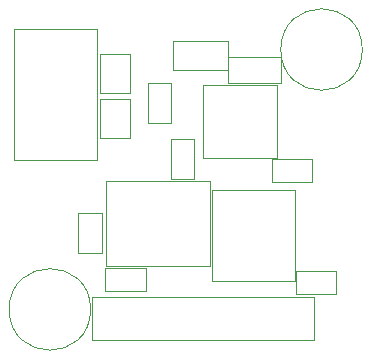
<source format=gbr>
%TF.GenerationSoftware,KiCad,Pcbnew,8.0.4*%
%TF.CreationDate,2024-10-25T14:16:06-05:00*%
%TF.ProjectId,weather-station-rtd,77656174-6865-4722-9d73-746174696f6e,rev?*%
%TF.SameCoordinates,Original*%
%TF.FileFunction,Other,User*%
%FSLAX46Y46*%
G04 Gerber Fmt 4.6, Leading zero omitted, Abs format (unit mm)*
G04 Created by KiCad (PCBNEW 8.0.4) date 2024-10-25 14:16:06*
%MOMM*%
%LPD*%
G01*
G04 APERTURE LIST*
%ADD10C,0.050000*%
G04 APERTURE END LIST*
D10*
%TO.C,R1*%
X165120200Y-90883800D02*
X169550200Y-90883800D01*
X165120200Y-93113800D02*
X165120200Y-90883800D01*
X165120200Y-93113800D02*
X169550200Y-93113800D01*
X169550200Y-93113800D02*
X169550200Y-90883800D01*
%TO.C,JP3*%
X160450000Y-89500000D02*
X160450000Y-92000000D01*
X160450000Y-89500000D02*
X165050000Y-89500000D01*
X165050000Y-92000000D02*
X160450000Y-92000000D01*
X165050000Y-92000000D02*
X165050000Y-89500000D01*
%TO.C,C4*%
X170800000Y-109020000D02*
X174200000Y-109020000D01*
X170800000Y-110980000D02*
X170800000Y-109020000D01*
X174200000Y-109020000D02*
X174200000Y-110980000D01*
X174200000Y-110980000D02*
X170800000Y-110980000D01*
%TO.C,H1*%
X153450000Y-112250000D02*
G75*
G02*
X146550000Y-112250000I-3450000J0D01*
G01*
X146550000Y-112250000D02*
G75*
G02*
X153450000Y-112250000I3450000J0D01*
G01*
%TO.C,JP1*%
X154250000Y-97710000D02*
X154250000Y-94410000D01*
X154250000Y-97710000D02*
X156750000Y-97710000D01*
X156750000Y-94410000D02*
X154250000Y-94410000D01*
X156750000Y-94410000D02*
X156750000Y-97710000D01*
%TO.C,C3*%
X158270000Y-93050000D02*
X160230000Y-93050000D01*
X158270000Y-96450000D02*
X158270000Y-93050000D01*
X160230000Y-93050000D02*
X160230000Y-96450000D01*
X160230000Y-96450000D02*
X158270000Y-96450000D01*
%TO.C,R2*%
X160270000Y-97800000D02*
X162230000Y-97800000D01*
X160270000Y-101200000D02*
X160270000Y-97800000D01*
X162230000Y-97800000D02*
X162230000Y-101200000D01*
X162230000Y-101200000D02*
X160270000Y-101200000D01*
%TO.C,C1*%
X154700000Y-108770000D02*
X158100000Y-108770000D01*
X154700000Y-110730000D02*
X154700000Y-108770000D01*
X158100000Y-108770000D02*
X158100000Y-110730000D01*
X158100000Y-110730000D02*
X154700000Y-110730000D01*
%TO.C,U1*%
X163000000Y-93212500D02*
X163000000Y-99412500D01*
X163000000Y-99412500D02*
X169200000Y-99412500D01*
X169200000Y-93212500D02*
X163000000Y-93212500D01*
X169200000Y-99412500D02*
X169200000Y-93212500D01*
%TO.C,U3*%
X163750000Y-102150000D02*
X163750000Y-109850000D01*
X163750000Y-109850000D02*
X170750000Y-109850000D01*
X170750000Y-102150000D02*
X163750000Y-102150000D01*
X170750000Y-109850000D02*
X170750000Y-102150000D01*
%TO.C,J2*%
X147000000Y-88500000D02*
X147000000Y-99620000D01*
X147000000Y-99620000D02*
X154000000Y-99620000D01*
X154000000Y-88500000D02*
X147000000Y-88500000D01*
X154000000Y-99620000D02*
X154000000Y-88500000D01*
%TO.C,C5*%
X168800000Y-99520000D02*
X172200000Y-99520000D01*
X168800000Y-101480000D02*
X168800000Y-99520000D01*
X172200000Y-99520000D02*
X172200000Y-101480000D01*
X172200000Y-101480000D02*
X168800000Y-101480000D01*
%TO.C,C2*%
X152420000Y-104050000D02*
X154380000Y-104050000D01*
X152420000Y-107450000D02*
X152420000Y-104050000D01*
X154380000Y-104050000D02*
X154380000Y-107450000D01*
X154380000Y-107450000D02*
X152420000Y-107450000D01*
%TO.C,H2*%
X176450000Y-90250000D02*
G75*
G02*
X169550000Y-90250000I-3450000J0D01*
G01*
X169550000Y-90250000D02*
G75*
G02*
X176450000Y-90250000I3450000J0D01*
G01*
%TO.C,JP2*%
X154250000Y-93960000D02*
X154250000Y-90660000D01*
X154250000Y-93960000D02*
X156750000Y-93960000D01*
X156750000Y-90660000D02*
X154250000Y-90660000D01*
X156750000Y-90660000D02*
X156750000Y-93960000D01*
%TO.C,U2*%
X154750000Y-101400000D02*
X154750000Y-108600000D01*
X154750000Y-108600000D02*
X163550000Y-108600000D01*
X163550000Y-101400000D02*
X154750000Y-101400000D01*
X163550000Y-108600000D02*
X163550000Y-101400000D01*
%TO.C,J1*%
X153530000Y-111200000D02*
X153530000Y-114800000D01*
X153530000Y-114800000D02*
X172380000Y-114800000D01*
X172380000Y-111200000D02*
X153530000Y-111200000D01*
X172380000Y-114800000D02*
X172380000Y-111200000D01*
%TD*%
M02*

</source>
